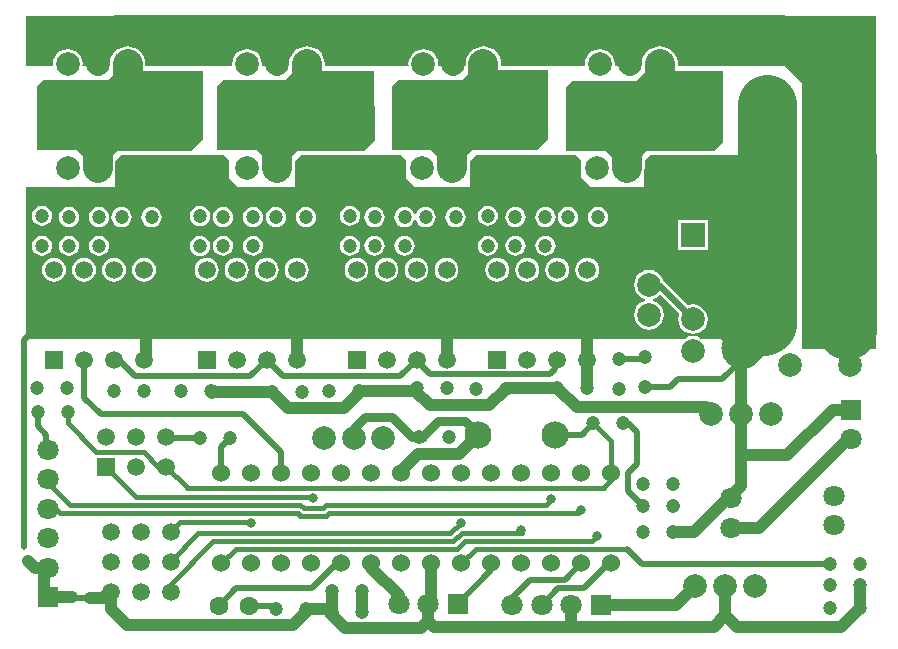
<source format=gbl>
%FSLAX24Y24*%
%MOIN*%
%SFA1B1*%

%IPPOS*%
%ADD10C,0.039400*%
%ADD11C,0.019700*%
%ADD12C,0.015700*%
%ADD13C,0.157500*%
%ADD14C,0.098400*%
%ADD15C,0.196900*%
%ADD17C,0.078700*%
%ADD18C,0.070900*%
%ADD19R,0.070900X0.070900*%
%ADD20C,0.047200*%
%ADD21C,0.063000*%
%ADD22C,0.078700*%
%ADD23C,0.090600*%
%ADD24R,0.070900X0.070900*%
%ADD25R,0.059100X0.059100*%
%ADD26C,0.059100*%
%ADD27R,0.078700X0.078700*%
%ADD28C,0.137800*%
%ADD29R,0.059100X0.059100*%
%ADD30R,0.078700X0.078700*%
%ADD31C,0.060000*%
%ADD32C,0.031500*%
%ADD33C,0.118100*%
%ADD34C,0.137800*%
%ADD35C,0.031500*%
%LN2x-h-bridge-1*%
%LPD*%
G36*
X29350Y19902D02*
X29075Y19587D01*
X26798Y19592*
X26621Y19376*
X25676*
X25453Y19606*
X24134*
Y21732*
X24331Y21929*
X27539*
Y22244*
X27684Y22250*
X29357*
X29350Y19902*
G37*
G36*
X30433Y19291D02*
Y18720D01*
X30768Y18386*
X29961*
Y13346*
X29711*
X29390Y12736*
Y13227*
X29270Y13346*
X28629*
X28601Y13368*
X28481Y13417*
X28353Y13434*
X28224Y13417*
X28105Y13368*
X28077Y13346*
X6122*
X6102Y13368*
Y18406*
X9094*
Y18986*
X9100Y19047*
Y19278*
X9291Y19468*
X12717*
X12894Y19291*
Y18701*
X13189Y18406*
X15079*
Y19252*
X15276Y19449*
X18602*
X18780Y19272*
Y18701*
X19075Y18406*
X20906*
Y19022*
X20908Y19047*
Y19274*
X21102Y19468*
X24429*
X24606Y19291*
Y18720*
X24921Y18406*
X26732*
Y18994*
X26737Y19047*
Y19277*
X26929Y19468*
X30256*
X30433Y19291*
G37*
G36*
X34449Y12992D02*
X31988D01*
Y21850*
X31398Y22441*
X27857*
Y22480*
X27846Y22596*
X27812Y22707*
X27757Y22810*
X27683Y22900*
X27664Y22920*
X27574Y22993*
X27471Y23048*
X27360Y23082*
X27244Y23093*
X27128Y23082*
X27017Y23048*
X26914Y22993*
X26824Y22920*
X26751Y22830*
X26696Y22727*
X26662Y22616*
X26651Y22500*
X26653Y22478*
X26619Y22441*
X25771*
X25738Y22479*
X25740Y22500*
X25724Y22628*
X25674Y22748*
X25595Y22851*
X25492Y22930*
X25373Y22979*
X25244Y22996*
X25116Y22979*
X24996Y22930*
X24893Y22851*
X24814Y22748*
X24765Y22628*
X24748Y22500*
X24751Y22479*
X24718Y22441*
X21958*
Y22500*
X21947Y22616*
X21913Y22727*
X21858Y22830*
X21784Y22920*
X21694Y22993*
X21592Y23048*
X21480Y23082*
X21365Y23093*
X21249Y23082*
X21137Y23048*
X21035Y22993*
X20945Y22920*
X20871Y22830*
X20816Y22727*
X20783Y22616*
X20771Y22500*
Y22441*
X19891*
X19858Y22479*
X19861Y22500*
X19844Y22628*
X19794Y22748*
X19716Y22851*
X19613Y22930*
X19493Y22979*
X19365Y22996*
X19236Y22979*
X19116Y22930*
X19014Y22851*
X18935Y22748*
X18885Y22628*
X18868Y22500*
X18871Y22479*
X18838Y22441*
X16110*
X16076Y22478*
X16078Y22500*
X16067Y22616*
X16033Y22727*
X15978Y22830*
X15905Y22920*
X15815Y22993*
X15712Y23048*
X15601Y23082*
X15485Y23093*
X15369Y23082*
X15258Y23048*
X15155Y22993*
X15065Y22920*
X15050Y22904*
X14976Y22814*
X14921Y22711*
X14887Y22600*
X14876Y22484*
Y22441*
X14012*
X13979Y22479*
X13981Y22500*
X13965Y22628*
X13915Y22748*
X13836Y22851*
X13733Y22930*
X13614Y22979*
X13485Y22996*
X13357Y22979*
X13237Y22930*
X13134Y22851*
X13055Y22748*
X13006Y22628*
X12989Y22500*
X12991Y22479*
X12959Y22441*
X10100*
Y22500*
X10089Y22616*
X10055Y22727*
X10000Y22830*
X9927Y22920*
X9837Y22993*
X9734Y23048*
X9623Y23082*
X9507Y23093*
X9391Y23082*
X9280Y23048*
X9177Y22993*
X9087Y22920*
X9014Y22830*
X8959Y22727*
X8925Y22616*
X8914Y22500*
Y22441*
X8034*
X8001Y22479*
X8003Y22500*
X7987Y22628*
X7937Y22748*
X7858Y22851*
X7755Y22930*
X7636Y22979*
X7507Y22996*
X7379Y22979*
X7259Y22930*
X7156Y22851*
X7077Y22748*
X7028Y22628*
X7011Y22500*
X7014Y22479*
X6981Y22441*
X6102*
Y24114*
X34449*
Y12992*
G37*
G36*
X23524Y20000D02*
X23150Y19626D01*
X20971Y19632*
X20794Y19415*
X19849*
X19626Y19646*
X18307*
Y21772*
X18504Y21969*
X21713*
Y22283*
X21857Y22289*
X23530*
X23524Y20000*
G37*
G36*
X17736Y19941D02*
X17382Y19606D01*
X15164Y19612*
X14987Y19395*
X14042*
X13819Y19626*
X12500*
Y21752*
X12697Y21949*
X15906*
Y22264*
X16050Y22269*
X17723*
X17736Y19941*
G37*
G36*
X10046Y22269D02*
X12008Y22264D01*
Y19980*
X11634Y19606*
X9160Y19612*
X8983Y19395*
X8038*
X7815Y19626*
X6496*
Y21752*
X6693Y21949*
X10026Y21954*
Y22289*
X10046Y22269*
G37*
%LN2x-h-bridge-2*%
%LPC*%
G36*
X23832Y16041D02*
X23729Y16027D01*
X23633Y15988*
X23551Y15924*
X23488Y15842*
X23448Y15746*
X23434Y15644*
X23448Y15541*
X23488Y15445*
X23551Y15363*
X23633Y15300*
X23729Y15260*
X23832Y15247*
X23934Y15260*
X24030Y15300*
X24112Y15363*
X24175Y15445*
X24215Y15541*
X24229Y15644*
X24215Y15746*
X24175Y15842*
X24112Y15924*
X24030Y15988*
X23934Y16027*
X23832Y16041*
G37*
G36*
X24832D02*
X24729Y16027D01*
X24633Y15988*
X24551Y15924*
X24488Y15842*
X24448Y15746*
X24434Y15644*
X24448Y15541*
X24488Y15445*
X24551Y15363*
X24633Y15300*
X24729Y15260*
X24832Y15247*
X24934Y15260*
X25030Y15300*
X25112Y15363*
X25175Y15445*
X25215Y15541*
X25229Y15644*
X25215Y15746*
X25175Y15842*
X25112Y15924*
X25030Y15988*
X24934Y16027*
X24832Y16041*
G37*
G36*
X11909Y16767D02*
X11822Y16755D01*
X11741Y16721*
X11671Y16668*
X11617Y16598*
X11583Y16517*
X11572Y16429*
X11583Y16342*
X11617Y16260*
X11671Y16190*
X11741Y16137*
X11822Y16103*
X11909Y16092*
X11997Y16103*
X12078Y16137*
X12148Y16190*
X12202Y16260*
X12235Y16342*
X12247Y16429*
X12235Y16517*
X12202Y16598*
X12148Y16668*
X12078Y16721*
X11997Y16755*
X11909Y16767*
G37*
G36*
X20135Y16041D02*
X20032Y16027D01*
X19936Y15988*
X19854Y15924*
X19791Y15842*
X19751Y15746*
X19738Y15644*
X19751Y15541*
X19791Y15445*
X19854Y15363*
X19936Y15300*
X20032Y15260*
X20135Y15247*
X20237Y15260*
X20333Y15300*
X20415Y15363*
X20479Y15445*
X20518Y15541*
X20532Y15644*
X20518Y15746*
X20479Y15842*
X20415Y15924*
X20333Y15988*
X20237Y16027*
X20135Y16041*
G37*
G36*
X21832D02*
X21729Y16027D01*
X21633Y15988*
X21551Y15924*
X21488Y15842*
X21448Y15746*
X21434Y15644*
X21448Y15541*
X21488Y15445*
X21551Y15363*
X21633Y15300*
X21729Y15260*
X21832Y15247*
X21934Y15260*
X22030Y15300*
X22112Y15363*
X22175Y15445*
X22215Y15541*
X22229Y15644*
X22215Y15746*
X22175Y15842*
X22112Y15924*
X22030Y15988*
X21934Y16027*
X21832Y16041*
G37*
G36*
X22831D02*
X22729Y16027D01*
X22633Y15988*
X22551Y15924*
X22488Y15842*
X22448Y15746*
X22434Y15644*
X22448Y15541*
X22488Y15445*
X22551Y15363*
X22633Y15300*
X22729Y15260*
X22831Y15247*
X22934Y15260*
X23030Y15300*
X23112Y15363*
X23175Y15445*
X23215Y15541*
X23229Y15644*
X23215Y15746*
X23175Y15842*
X23112Y15924*
X23030Y15988*
X22934Y16027*
X22831Y16041*
G37*
G36*
X12693Y16781D02*
X12605Y16770D01*
X12524Y16736*
X12454Y16682*
X12400Y16612*
X12366Y16531*
X12355Y16444*
X12366Y16356*
X12400Y16275*
X12454Y16205*
X12524Y16151*
X12605Y16118*
X12693Y16106*
X12780Y16118*
X12861Y16151*
X12931Y16205*
X12985Y16275*
X13019Y16356*
X13030Y16444*
X13019Y16531*
X12985Y16612*
X12931Y16682*
X12861Y16736*
X12780Y16770*
X12693Y16781*
G37*
G36*
X13693D02*
X13605Y16770D01*
X13524Y16736*
X13454Y16682*
X13400Y16612*
X13366Y16531*
X13355Y16444*
X13366Y16356*
X13400Y16275*
X13454Y16205*
X13524Y16151*
X13605Y16118*
X13693Y16106*
X13780Y16118*
X13861Y16151*
X13931Y16205*
X13985Y16275*
X14019Y16356*
X14030Y16444*
X14019Y16531*
X13985Y16612*
X13931Y16682*
X13861Y16736*
X13780Y16770*
X13693Y16781*
G37*
G36*
X16911D02*
X16823Y16770D01*
X16742Y16736*
X16672Y16682*
X16618Y16612*
X16585Y16531*
X16573Y16444*
X16585Y16356*
X16618Y16275*
X16672Y16205*
X16742Y16151*
X16823Y16118*
X16911Y16106*
X16998Y16118*
X17079Y16151*
X17149Y16205*
X17203Y16275*
X17237Y16356*
X17248Y16444*
X17237Y16531*
X17203Y16612*
X17149Y16682*
X17079Y16736*
X16998Y16770*
X16911Y16781*
G37*
G36*
X6652D02*
X6565Y16770D01*
X6483Y16736*
X6413Y16682*
X6360Y16612*
X6326Y16531*
X6314Y16444*
X6326Y16356*
X6360Y16275*
X6413Y16205*
X6483Y16151*
X6565Y16118*
X6652Y16106*
X6739Y16118*
X6821Y16151*
X6891Y16205*
X6944Y16275*
X6978Y16356*
X6989Y16444*
X6978Y16531*
X6944Y16612*
X6891Y16682*
X6821Y16736*
X6739Y16770*
X6652Y16781*
G37*
G36*
X7552D02*
X7465Y16770D01*
X7383Y16736*
X7313Y16682*
X7260Y16612*
X7226Y16531*
X7214Y16444*
X7226Y16356*
X7260Y16275*
X7313Y16205*
X7383Y16151*
X7465Y16118*
X7552Y16106*
X7639Y16118*
X7721Y16151*
X7791Y16205*
X7844Y16275*
X7878Y16356*
X7890Y16444*
X7878Y16531*
X7844Y16612*
X7791Y16682*
X7721Y16736*
X7639Y16770*
X7552Y16781*
G37*
G36*
X8552D02*
X8465Y16770D01*
X8383Y16736*
X8313Y16682*
X8260Y16612*
X8226Y16531*
X8214Y16444*
X8226Y16356*
X8260Y16275*
X8313Y16205*
X8383Y16151*
X8465Y16118*
X8552Y16106*
X8639Y16118*
X8721Y16151*
X8791Y16205*
X8844Y16275*
X8878Y16356*
X8889Y16444*
X8878Y16531*
X8844Y16612*
X8791Y16682*
X8721Y16736*
X8639Y16770*
X8552Y16781*
G37*
G36*
X9052Y16041D02*
X8949Y16027D01*
X8853Y15988*
X8771Y15924*
X8708Y15842*
X8668Y15746*
X8655Y15644*
X8668Y15541*
X8708Y15445*
X8771Y15363*
X8853Y15300*
X8949Y15260*
X9052Y15247*
X9155Y15260*
X9251Y15300*
X9333Y15363*
X9396Y15445*
X9436Y15541*
X9449Y15644*
X9436Y15746*
X9396Y15842*
X9333Y15924*
X9251Y15988*
X9155Y16027*
X9052Y16041*
G37*
G36*
X10052D02*
X9949Y16027D01*
X9853Y15988*
X9771Y15924*
X9708Y15842*
X9668Y15746*
X9655Y15644*
X9668Y15541*
X9708Y15445*
X9771Y15363*
X9853Y15300*
X9949Y15260*
X10052Y15247*
X10155Y15260*
X10251Y15300*
X10333Y15363*
X10396Y15445*
X10436Y15541*
X10449Y15644*
X10436Y15746*
X10396Y15842*
X10333Y15924*
X10251Y15988*
X10155Y16027*
X10052Y16041*
G37*
G36*
X12143D02*
X12040Y16027D01*
X11944Y15988*
X11862Y15924*
X11799Y15842*
X11759Y15746*
X11745Y15644*
X11759Y15541*
X11799Y15445*
X11862Y15363*
X11944Y15300*
X12040Y15260*
X12143Y15247*
X12245Y15260*
X12341Y15300*
X12423Y15363*
X12486Y15445*
X12526Y15541*
X12540Y15644*
X12526Y15746*
X12486Y15842*
X12423Y15924*
X12341Y15988*
X12245Y16027*
X12143Y16041*
G37*
G36*
X26883Y15637D02*
X26755Y15620D01*
X26635Y15570*
X26532Y15491*
X26453Y15388*
X26404Y15269*
X26387Y15140*
X26404Y15012*
X26453Y14892*
X26532Y14789*
X26635Y14710*
X26744Y14665*
Y14661*
Y14620*
Y14615*
X26635Y14570*
X26532Y14491*
X26453Y14388*
X26404Y14269*
X26387Y14140*
X26404Y14012*
X26453Y13892*
X26532Y13789*
X26635Y13710*
X26755Y13661*
X26883Y13644*
X27012Y13661*
X27131Y13710*
X27234Y13789*
X27313Y13892*
X27363Y14012*
X27379Y14140*
X27363Y14269*
X27313Y14388*
X27234Y14491*
X27131Y14570*
X27022Y14615*
Y14620*
Y14661*
Y14665*
X27131Y14710*
X27234Y14789*
X27270Y14791*
X27889Y14172*
X27869Y14125*
X27852Y13996*
X27869Y13868*
X27919Y13748*
X27998Y13645*
X28101Y13566*
X28220Y13517*
X28349Y13500*
X28477Y13517*
X28597Y13566*
X28700Y13645*
X28779Y13748*
X28828Y13868*
X28845Y13996*
X28828Y14125*
X28779Y14244*
X28700Y14347*
X28597Y14426*
X28477Y14476*
X28349Y14492*
X28220Y14476*
X28173Y14456*
X27363Y15266*
Y15269*
X27313Y15388*
X27234Y15491*
X27131Y15570*
X27012Y15620*
X26883Y15637*
G37*
G36*
X7052Y16041D02*
X6949Y16027D01*
X6853Y15988*
X6771Y15924*
X6708Y15842*
X6668Y15746*
X6655Y15644*
X6668Y15541*
X6708Y15445*
X6771Y15363*
X6853Y15300*
X6949Y15260*
X7052Y15247*
X7155Y15260*
X7251Y15300*
X7333Y15363*
X7396Y15445*
X7436Y15541*
X7449Y15644*
X7436Y15746*
X7396Y15842*
X7333Y15924*
X7251Y15988*
X7155Y16027*
X7052Y16041*
G37*
G36*
X8052D02*
X7949Y16027D01*
X7853Y15988*
X7771Y15924*
X7708Y15842*
X7668Y15746*
X7655Y15644*
X7668Y15541*
X7708Y15445*
X7771Y15363*
X7853Y15300*
X7949Y15260*
X8052Y15247*
X8155Y15260*
X8251Y15300*
X8333Y15363*
X8396Y15445*
X8436Y15541*
X8449Y15644*
X8436Y15746*
X8396Y15842*
X8333Y15924*
X8251Y15988*
X8155Y16027*
X8052Y16041*
G37*
G36*
X17135D02*
X17032Y16027D01*
X16936Y15988*
X16854Y15924*
X16791Y15842*
X16751Y15746*
X16738Y15644*
X16751Y15541*
X16791Y15445*
X16854Y15363*
X16936Y15300*
X17032Y15260*
X17135Y15247*
X17237Y15260*
X17333Y15300*
X17415Y15363*
X17479Y15445*
X17518Y15541*
X17532Y15644*
X17518Y15746*
X17479Y15842*
X17415Y15924*
X17333Y15988*
X17237Y16027*
X17135Y16041*
G37*
G36*
X18135D02*
X18032Y16027D01*
X17936Y15988*
X17854Y15924*
X17791Y15842*
X17751Y15746*
X17738Y15644*
X17751Y15541*
X17791Y15445*
X17854Y15363*
X17936Y15300*
X18032Y15260*
X18135Y15247*
X18237Y15260*
X18333Y15300*
X18415Y15363*
X18479Y15445*
X18518Y15541*
X18532Y15644*
X18518Y15746*
X18479Y15842*
X18415Y15924*
X18333Y15988*
X18237Y16027*
X18135Y16041*
G37*
G36*
X19135D02*
X19032Y16027D01*
X18936Y15988*
X18854Y15924*
X18791Y15842*
X18751Y15746*
X18738Y15644*
X18751Y15541*
X18791Y15445*
X18854Y15363*
X18936Y15300*
X19032Y15260*
X19135Y15247*
X19237Y15260*
X19333Y15300*
X19415Y15363*
X19479Y15445*
X19518Y15541*
X19532Y15644*
X19518Y15746*
X19479Y15842*
X19415Y15924*
X19333Y15988*
X19237Y16027*
X19135Y16041*
G37*
G36*
X13143D02*
X13040Y16027D01*
X12944Y15988*
X12862Y15924*
X12799Y15842*
X12759Y15746*
X12745Y15644*
X12759Y15541*
X12799Y15445*
X12862Y15363*
X12944Y15300*
X13040Y15260*
X13143Y15247*
X13245Y15260*
X13341Y15300*
X13423Y15363*
X13486Y15445*
X13526Y15541*
X13540Y15644*
X13526Y15746*
X13486Y15842*
X13423Y15924*
X13341Y15988*
X13245Y16027*
X13143Y16041*
G37*
G36*
X14143D02*
X14040Y16027D01*
X13944Y15988*
X13862Y15924*
X13799Y15842*
X13759Y15746*
X13745Y15644*
X13759Y15541*
X13799Y15445*
X13862Y15363*
X13944Y15300*
X14040Y15260*
X14143Y15247*
X14245Y15260*
X14341Y15300*
X14423Y15363*
X14486Y15445*
X14526Y15541*
X14540Y15644*
X14526Y15746*
X14486Y15842*
X14423Y15924*
X14341Y15988*
X14245Y16027*
X14143Y16041*
G37*
G36*
X15143D02*
X15040Y16027D01*
X14944Y15988*
X14862Y15924*
X14799Y15842*
X14759Y15746*
X14745Y15644*
X14759Y15541*
X14799Y15445*
X14862Y15363*
X14944Y15300*
X15040Y15260*
X15143Y15247*
X15245Y15260*
X15341Y15300*
X15423Y15363*
X15486Y15445*
X15526Y15541*
X15540Y15644*
X15526Y15746*
X15486Y15842*
X15423Y15924*
X15341Y15988*
X15245Y16027*
X15143Y16041*
G37*
G36*
X22431Y17731D02*
X22344Y17720D01*
X22263Y17686*
X22193Y17632*
X22139Y17562*
X22105Y17481*
X22094Y17394*
X22105Y17306*
X22139Y17225*
X22193Y17155*
X22263Y17101*
X22344Y17068*
X22431Y17056*
X22519Y17068*
X22600Y17101*
X22670Y17155*
X22724Y17225*
X22758Y17306*
X22769Y17394*
X22758Y17481*
X22724Y17562*
X22670Y17632*
X22600Y17686*
X22519Y17720*
X22431Y17731*
G37*
G36*
X23431D02*
X23344Y17720D01*
X23263Y17686*
X23193Y17632*
X23139Y17562*
X23105Y17481*
X23094Y17394*
X23105Y17306*
X23139Y17225*
X23193Y17155*
X23263Y17101*
X23344Y17068*
X23431Y17056*
X23519Y17068*
X23600Y17101*
X23670Y17155*
X23724Y17225*
X23758Y17306*
X23769Y17394*
X23758Y17481*
X23724Y17562*
X23670Y17632*
X23600Y17686*
X23519Y17720*
X23431Y17731*
G37*
G36*
X24181D02*
X24094Y17720D01*
X24013Y17686*
X23943Y17632*
X23889Y17562*
X23855Y17481*
X23844Y17394*
X23855Y17306*
X23889Y17225*
X23943Y17155*
X24013Y17101*
X24094Y17068*
X24181Y17056*
X24269Y17068*
X24350Y17101*
X24420Y17155*
X24474Y17225*
X24508Y17306*
X24519Y17394*
X24508Y17481*
X24474Y17562*
X24420Y17632*
X24350Y17686*
X24269Y17720*
X24181Y17731*
G37*
G36*
X15443D02*
X15355Y17720D01*
X15274Y17686*
X15204Y17632*
X15150Y17562*
X15116Y17481*
X15105Y17394*
X15116Y17306*
X15150Y17225*
X15204Y17155*
X15274Y17101*
X15355Y17068*
X15443Y17056*
X15530Y17068*
X15611Y17101*
X15681Y17155*
X15735Y17225*
X15769Y17306*
X15780Y17394*
X15769Y17481*
X15735Y17562*
X15681Y17632*
X15611Y17686*
X15530Y17720*
X15443Y17731*
G37*
G36*
X17735D02*
X17647Y17720D01*
X17566Y17686*
X17496Y17632*
X17442Y17562*
X17409Y17481*
X17397Y17394*
X17409Y17306*
X17442Y17225*
X17496Y17155*
X17566Y17101*
X17647Y17068*
X17735Y17056*
X17822Y17068*
X17903Y17101*
X17973Y17155*
X18027Y17225*
X18061Y17306*
X18072Y17394*
X18061Y17481*
X18027Y17562*
X17973Y17632*
X17903Y17686*
X17822Y17720*
X17735Y17731*
G37*
G36*
X20435D02*
X20347Y17720D01*
X20266Y17686*
X20196Y17632*
X20142Y17562*
X20109Y17481*
X20097Y17394*
X20109Y17306*
X20142Y17225*
X20196Y17155*
X20266Y17101*
X20347Y17068*
X20435Y17056*
X20522Y17068*
X20603Y17101*
X20673Y17155*
X20727Y17225*
X20761Y17306*
X20772Y17394*
X20761Y17481*
X20727Y17562*
X20673Y17632*
X20603Y17686*
X20522Y17720*
X20435Y17731*
G37*
G36*
X16911Y17781D02*
X16823Y17770D01*
X16742Y17736*
X16672Y17682*
X16618Y17612*
X16585Y17531*
X16573Y17444*
X16585Y17356*
X16618Y17275*
X16672Y17205*
X16742Y17151*
X16823Y17118*
X16911Y17106*
X16998Y17118*
X17079Y17151*
X17149Y17205*
X17203Y17275*
X17237Y17356*
X17248Y17444*
X17237Y17531*
X17203Y17612*
X17149Y17682*
X17079Y17736*
X16998Y17770*
X16911Y17781*
G37*
G36*
X21509D02*
X21422Y17770D01*
X21340Y17736*
X21270Y17682*
X21217Y17612*
X21183Y17531*
X21172Y17444*
X21183Y17356*
X21217Y17275*
X21270Y17205*
X21340Y17151*
X21422Y17118*
X21509Y17106*
X21596Y17118*
X21678Y17151*
X21748Y17205*
X21801Y17275*
X21835Y17356*
X21847Y17444*
X21835Y17531*
X21801Y17612*
X21748Y17682*
X21678Y17736*
X21596Y17770*
X21509Y17781*
G37*
G36*
X19435Y17731D02*
X19347Y17720D01*
X19266Y17686*
X19196Y17632*
X19142Y17562*
X19110Y17484*
X19060*
X19027Y17562*
X18973Y17632*
X18903Y17686*
X18822Y17720*
X18735Y17731*
X18647Y17720*
X18566Y17686*
X18496Y17632*
X18442Y17562*
X18409Y17481*
X18397Y17394*
X18409Y17306*
X18442Y17225*
X18496Y17155*
X18566Y17101*
X18647Y17068*
X18735Y17056*
X18822Y17068*
X18903Y17101*
X18973Y17155*
X19027Y17225*
X19060Y17304*
X19110*
X19142Y17225*
X19196Y17155*
X19266Y17101*
X19347Y17068*
X19435Y17056*
X19522Y17068*
X19603Y17101*
X19673Y17155*
X19727Y17225*
X19761Y17306*
X19772Y17394*
X19761Y17481*
X19727Y17562*
X19673Y17632*
X19603Y17686*
X19522Y17720*
X19435Y17731*
G37*
G36*
X25182D02*
X25094Y17720D01*
X25013Y17686*
X24943Y17632*
X24889Y17562*
X24855Y17481*
X24844Y17394*
X24855Y17306*
X24889Y17225*
X24943Y17155*
X25013Y17101*
X25094Y17068*
X25182Y17056*
X25269Y17068*
X25350Y17101*
X25420Y17155*
X25474Y17225*
X25508Y17306*
X25519Y17394*
X25508Y17481*
X25474Y17562*
X25420Y17632*
X25350Y17686*
X25269Y17720*
X25182Y17731*
G37*
G36*
X11909Y17767D02*
X11822Y17755D01*
X11741Y17721*
X11671Y17668*
X11617Y17598*
X11583Y17517*
X11572Y17429*
X11583Y17342*
X11617Y17260*
X11671Y17190*
X11741Y17137*
X11822Y17103*
X11909Y17092*
X11997Y17103*
X12078Y17137*
X12148Y17190*
X12202Y17260*
X12235Y17342*
X12247Y17429*
X12235Y17517*
X12202Y17598*
X12148Y17668*
X12078Y17721*
X11997Y17755*
X11909Y17767*
G37*
G36*
X6652Y17781D02*
X6565Y17770D01*
X6483Y17736*
X6413Y17682*
X6360Y17612*
X6326Y17531*
X6314Y17444*
X6326Y17356*
X6360Y17275*
X6413Y17205*
X6483Y17151*
X6565Y17118*
X6652Y17106*
X6739Y17118*
X6821Y17151*
X6891Y17205*
X6944Y17275*
X6978Y17356*
X6989Y17444*
X6978Y17531*
X6944Y17612*
X6891Y17682*
X6821Y17736*
X6739Y17770*
X6652Y17781*
G37*
G36*
X14443Y17731D02*
X14355Y17720D01*
X14274Y17686*
X14204Y17632*
X14150Y17562*
X14116Y17481*
X14105Y17394*
X14116Y17306*
X14150Y17225*
X14204Y17155*
X14274Y17101*
X14355Y17068*
X14443Y17056*
X14530Y17068*
X14611Y17101*
X14681Y17155*
X14735Y17225*
X14769Y17306*
X14780Y17394*
X14769Y17481*
X14735Y17562*
X14681Y17632*
X14611Y17686*
X14530Y17720*
X14443Y17731*
G37*
G36*
X22431Y16781D02*
X22344Y16770D01*
X22263Y16736*
X22193Y16682*
X22139Y16612*
X22105Y16531*
X22094Y16444*
X22105Y16356*
X22139Y16275*
X22193Y16205*
X22263Y16151*
X22344Y16118*
X22431Y16106*
X22519Y16118*
X22600Y16151*
X22670Y16205*
X22724Y16275*
X22758Y16356*
X22769Y16444*
X22758Y16531*
X22724Y16612*
X22670Y16682*
X22600Y16736*
X22519Y16770*
X22431Y16781*
G37*
G36*
X23431D02*
X23344Y16770D01*
X23263Y16736*
X23193Y16682*
X23139Y16612*
X23105Y16531*
X23094Y16444*
X23105Y16356*
X23139Y16275*
X23193Y16205*
X23263Y16151*
X23344Y16118*
X23431Y16106*
X23519Y16118*
X23600Y16151*
X23670Y16205*
X23724Y16275*
X23758Y16356*
X23769Y16444*
X23758Y16531*
X23724Y16612*
X23670Y16682*
X23600Y16736*
X23519Y16770*
X23431Y16781*
G37*
G36*
X28841Y17283D02*
X27857D01*
Y16299*
X28841*
Y17283*
G37*
G36*
X17735Y16781D02*
X17647Y16770D01*
X17566Y16736*
X17496Y16682*
X17442Y16612*
X17409Y16531*
X17397Y16444*
X17409Y16356*
X17442Y16275*
X17496Y16205*
X17566Y16151*
X17647Y16118*
X17735Y16106*
X17822Y16118*
X17903Y16151*
X17973Y16205*
X18027Y16275*
X18061Y16356*
X18072Y16444*
X18061Y16531*
X18027Y16612*
X17973Y16682*
X17903Y16736*
X17822Y16770*
X17735Y16781*
G37*
G36*
X18735D02*
X18647Y16770D01*
X18566Y16736*
X18496Y16682*
X18442Y16612*
X18409Y16531*
X18397Y16444*
X18409Y16356*
X18442Y16275*
X18496Y16205*
X18566Y16151*
X18647Y16118*
X18735Y16106*
X18822Y16118*
X18903Y16151*
X18973Y16205*
X19027Y16275*
X19061Y16356*
X19072Y16444*
X19061Y16531*
X19027Y16612*
X18973Y16682*
X18903Y16736*
X18822Y16770*
X18735Y16781*
G37*
G36*
X21509D02*
X21422Y16770D01*
X21340Y16736*
X21270Y16682*
X21217Y16612*
X21183Y16531*
X21172Y16444*
X21183Y16356*
X21217Y16275*
X21270Y16205*
X21340Y16151*
X21422Y16118*
X21509Y16106*
X21596Y16118*
X21678Y16151*
X21748Y16205*
X21801Y16275*
X21835Y16356*
X21847Y16444*
X21835Y16531*
X21801Y16612*
X21748Y16682*
X21678Y16736*
X21596Y16770*
X21509Y16781*
G37*
G36*
X10302Y17731D02*
X10215Y17720D01*
X10133Y17686*
X10063Y17632*
X10010Y17562*
X9976Y17481*
X9964Y17394*
X9976Y17306*
X10010Y17225*
X10063Y17155*
X10133Y17101*
X10215Y17068*
X10302Y17056*
X10389Y17068*
X10471Y17101*
X10541Y17155*
X10594Y17225*
X10628Y17306*
X10639Y17394*
X10628Y17481*
X10594Y17562*
X10541Y17632*
X10471Y17686*
X10389Y17720*
X10302Y17731*
G37*
G36*
X12693D02*
X12605Y17720D01*
X12524Y17686*
X12454Y17632*
X12400Y17562*
X12366Y17481*
X12355Y17394*
X12366Y17306*
X12400Y17225*
X12454Y17155*
X12524Y17101*
X12605Y17068*
X12693Y17056*
X12780Y17068*
X12861Y17101*
X12931Y17155*
X12985Y17225*
X13019Y17306*
X13030Y17394*
X13019Y17481*
X12985Y17562*
X12931Y17632*
X12861Y17686*
X12780Y17720*
X12693Y17731*
G37*
G36*
X13693D02*
X13605Y17720D01*
X13524Y17686*
X13454Y17632*
X13400Y17562*
X13366Y17481*
X13355Y17394*
X13366Y17306*
X13400Y17225*
X13454Y17155*
X13524Y17101*
X13605Y17068*
X13693Y17056*
X13780Y17068*
X13861Y17101*
X13931Y17155*
X13985Y17225*
X14019Y17306*
X14030Y17394*
X14019Y17481*
X13985Y17562*
X13931Y17632*
X13861Y17686*
X13780Y17720*
X13693Y17731*
G37*
G36*
X7552D02*
X7465Y17720D01*
X7383Y17686*
X7313Y17632*
X7260Y17562*
X7226Y17481*
X7214Y17394*
X7226Y17306*
X7260Y17225*
X7313Y17155*
X7383Y17101*
X7465Y17068*
X7552Y17056*
X7639Y17068*
X7721Y17101*
X7791Y17155*
X7844Y17225*
X7878Y17306*
X7890Y17394*
X7878Y17481*
X7844Y17562*
X7791Y17632*
X7721Y17686*
X7639Y17720*
X7552Y17731*
G37*
G36*
X8552D02*
X8465Y17720D01*
X8383Y17686*
X8313Y17632*
X8260Y17562*
X8226Y17481*
X8214Y17394*
X8226Y17306*
X8260Y17225*
X8313Y17155*
X8383Y17101*
X8465Y17068*
X8552Y17056*
X8639Y17068*
X8721Y17101*
X8791Y17155*
X8844Y17225*
X8878Y17306*
X8889Y17394*
X8878Y17481*
X8844Y17562*
X8791Y17632*
X8721Y17686*
X8639Y17720*
X8552Y17731*
G37*
G36*
X9302D02*
X9215Y17720D01*
X9133Y17686*
X9063Y17632*
X9010Y17562*
X8976Y17481*
X8964Y17394*
X8976Y17306*
X9010Y17225*
X9063Y17155*
X9133Y17101*
X9215Y17068*
X9302Y17056*
X9389Y17068*
X9471Y17101*
X9541Y17155*
X9594Y17225*
X9628Y17306*
X9639Y17394*
X9628Y17481*
X9594Y17562*
X9541Y17632*
X9471Y17686*
X9389Y17720*
X9302Y17731*
G37*
%LN2x-h-bridge-3*%
%LPD*%
G54D10*
X6850Y4724D02*
X7638D01*
X6732D02*
X6850D01*
X8728D02*
X8945Y4941D01*
X8957Y4331D02*
Y4929D01*
X8248Y4705D02*
X8748D01*
X8945Y4902*
Y4941D02*
X8957Y4929D01*
X6732Y4724D02*
Y5709D01*
X6417D02*
X6732D01*
X6181Y5945D02*
X6417Y5709D01*
X24832Y12644D02*
Y13909D01*
X20135Y12644D02*
Y14393D01*
X15143Y12644D02*
Y14129D01*
X10118Y12717D02*
Y13819D01*
X19173Y9488D02*
X20551D01*
X18630Y8945D02*
X19173Y9488D01*
X18630Y8858D02*
Y8945D01*
X20551Y9488D02*
X21201Y10138D01*
X33514Y9990D02*
X33622D01*
X30561Y7037D02*
X33514Y9990D01*
X27675Y6890D02*
X28396D01*
X29528Y8022*
X27675Y7736D02*
X27715Y7776D01*
X29528Y8022D02*
X29675D01*
X29528D02*
X29935Y8429D01*
X27780Y4459D02*
X28423Y5102D01*
X25276Y4459D02*
X27780D01*
X29423Y4140D02*
Y5102D01*
X24831Y12643D02*
X24832Y12644D01*
X24831Y11713D02*
Y12643D01*
X20135Y12644D02*
X20136Y12643D01*
X29935Y12612D02*
Y12976D01*
Y10817D02*
Y12612D01*
X30000Y12677*
Y13041*
X19205Y10059D02*
X19311D01*
X19301Y3711D02*
X19528Y3937D01*
X16764Y3711D02*
X19301D01*
X15461Y4240D02*
Y4321D01*
X15010Y3789D02*
X15461Y4240D01*
X9498Y3789D02*
X15010D01*
X8945Y6941D02*
X8957Y6929D01*
Y4331D02*
X9498Y3789D01*
X33295Y3740D02*
X33925Y4370D01*
X29823Y3740D02*
X33295D01*
X29429Y4134D02*
X29823Y3740D01*
X29423Y4140D02*
X29429Y4134D01*
X33925Y4370D02*
Y4921D01*
X24380Y3740D02*
X29035D01*
X19724D02*
X24380D01*
X24291Y3829D02*
X24380Y3740D01*
X24291Y3829D02*
Y4459D01*
X19528Y3937D02*
X19724Y3740D01*
X29035D02*
X29429Y4134D01*
X19528Y3937D02*
Y4508D01*
X16331Y4144D02*
X16764Y3711D01*
X16154Y4321D02*
X16331Y4144D01*
X15461Y4321D02*
X16154D01*
X16331Y4144D02*
Y4833D01*
X29423Y5102D02*
X29528Y5207D01*
X33022Y10974D02*
X33622D01*
X31496Y9449D02*
X33022Y10974D01*
X29935Y9449D02*
X31496D01*
X29935D02*
Y10817D01*
Y8429D02*
Y9449D01*
Y12976D02*
X30000Y13041D01*
X29528Y7037D02*
X30561D01*
X17331Y4242D02*
Y4931D01*
Y4242D02*
D01*
X19630Y4610D02*
Y5858D01*
X19528Y4508D02*
X19630Y4610D01*
X17630Y5697D02*
Y5858D01*
Y5697D02*
X18543Y4783D01*
Y4508D02*
Y4783D01*
X23831Y11713D02*
X24480Y11063D01*
X28799*
X28935Y10927*
Y10817D02*
Y10927D01*
X22144Y11713D02*
X23831D01*
X22104Y11673D02*
X22144Y11713D01*
X14333Y11553D02*
X14862Y11024D01*
X16732*
X17232Y11524*
Y11594*
X21553Y11122D02*
X22104Y11673D01*
X17311Y11614D02*
X19094D01*
X19587Y11122*
X21553*
X12327Y11539D02*
X12341Y11553D01*
X12376Y11589*
X12341Y11553D02*
X14333D01*
G54D11*
X6299Y13524D02*
Y13819D01*
X6063Y13287D02*
X6299Y13524D01*
X6063Y6398D02*
Y13287D01*
X7657Y4705D02*
X8248D01*
X6732Y5709D02*
X6850D01*
X6713Y5472D02*
X6909D01*
X27854Y12008D02*
X29331D01*
X26740Y11724D02*
X27570D01*
X27854Y12008*
X24665Y14075D02*
X24832Y13909D01*
X20020Y14508D02*
X20135Y14393D01*
X15098Y14173D02*
X15143Y14129D01*
X12531Y19047D02*
X12539Y19055D01*
X10780Y10059D02*
Y10075D01*
X29331Y12008D02*
X29935Y12612D01*
X23307Y4459D02*
X23868Y5020D01*
X24087Y5315D02*
X24630Y5858D01*
X22323Y4459D02*
Y4705D01*
X22933Y5315*
X24087*
X23868Y5020D02*
X24705D01*
X25543Y5858*
X25630*
X26663Y5817D02*
X32925D01*
X20512Y4508D02*
X21630Y5626D01*
Y5858*
X13539Y4429D02*
X14352D01*
X14461Y4321*
X16488Y5858D02*
X16630D01*
X13130Y5020D02*
X15650D01*
X16488Y5858*
X12539Y4429D02*
X13130Y5020D01*
X26031Y10532D02*
X26181D01*
X26476Y10236*
X26181Y8270D02*
X26675Y7776D01*
X26181Y8270D02*
Y8858D01*
X26476Y9154*
Y10236*
X23760Y10138D02*
X24638D01*
X25031Y10532*
X6508Y10421D02*
Y10906D01*
Y10421D02*
X6791Y10138D01*
Y9705D02*
Y10138D01*
X6732Y9646D02*
X6791Y9705D01*
X25871Y12675D02*
X26691D01*
X9052Y12644D02*
X9207D01*
X9764Y12087*
X18578D02*
X19135Y12644D01*
Y12598D02*
Y12644D01*
Y12598D02*
X19581Y12152D01*
X23569*
X23740Y12323*
Y12552*
X23832Y12644*
X13585Y12087D02*
X14143Y12644D01*
X9764Y12087D02*
X13585D01*
X14143Y12644D02*
X14700Y12087D01*
X18578*
X10835Y10020D02*
X11931D01*
X10780Y10075D02*
X10835Y10020D01*
X12630Y8858D02*
Y9719D01*
X12931Y10020*
X9507Y19047D02*
X10365Y18189D01*
X29764D02*
X30709Y17244D01*
Y16339D02*
Y17244D01*
X29764Y18189D02*
X30807Y19232D01*
X15485Y18216D02*
Y19047D01*
Y18216D02*
X15512Y18189D01*
X10365D02*
X15512D01*
X21315Y18213D02*
Y19047D01*
Y18213D02*
X21339Y18189D01*
X15512D02*
X21339D01*
X27144Y18210D02*
Y19047D01*
Y18210D02*
X27165Y18189D01*
X21339D02*
X27165D01*
X29764*
X26883Y16119D02*
Y17959D01*
X26772Y18071D02*
X26883Y17959D01*
X27211Y15134D02*
X28349Y13996D01*
X26883Y15134D02*
X27211D01*
X14630Y8858D02*
Y9559D01*
X26142Y6339D02*
X26663Y5817D01*
X13362Y10827D02*
X14630Y9559D01*
X8052Y11377D02*
Y12644D01*
Y11377D02*
X8602Y10827D01*
X13362*
G54D12*
X24508Y7539D02*
X24606Y7638D01*
X16209Y7539D02*
X24508D01*
X16111Y7441D02*
X16209Y7539D01*
X15268Y7441D02*
X16111D01*
X15170Y7539D02*
X15268Y7441D01*
X16005Y7697D02*
X16102Y7794D01*
X15374Y7697D02*
X16005D01*
X15256Y7815D02*
X15374Y7697D01*
X10945Y4941D02*
Y5177D01*
X7421Y10819D02*
X7508Y10906D01*
X7510Y10522D02*
Y10904D01*
X7508Y10906D02*
X7510Y10904D01*
X25630Y8622D02*
Y8858D01*
X25031Y10532D02*
X25630Y9933D01*
Y8858D02*
Y9933D01*
X26691Y12675D02*
X26740Y12724D01*
X10531Y9075D02*
X10780D01*
X9780Y10075D02*
X9965D01*
X8780Y9075D02*
X9783Y8071D01*
X15590*
X15669Y7992*
X6732Y7677D02*
X7126D01*
X10780Y9075D02*
X11469Y8386D01*
Y8366D02*
X25394D01*
Y8386D02*
X25630Y8622D01*
X6732Y8661D02*
X7579Y7815D01*
X7126Y7677D02*
X7264Y7539D01*
X10945Y6941D02*
X11248Y7244D01*
X13543*
X10945Y5941D02*
X11854Y6850D01*
X10945Y5177D02*
X12362Y6594D01*
X12630Y5858D02*
X13107Y6335D01*
X13776*
X13780Y6339*
X13776Y6335D02*
X20488D01*
X12362Y6594D02*
X20362D01*
X7510Y10522D02*
X8465Y9567D01*
X10039*
X10531Y9075*
X23445Y7815D02*
X23622Y7992D01*
X7579Y7815D02*
X15256D01*
X7264Y7539D02*
X15170D01*
X24980Y6594D02*
X25157Y6772D01*
X16123Y7815D02*
X23445D01*
X20362Y6594D02*
X20637Y6870D01*
X20488Y6335D02*
X20747Y6594D01*
X20630Y5858D02*
X21110Y6339D01*
X26142*
X20747Y6594D02*
X24980D01*
X20637Y6870D02*
X22638D01*
X11854Y6850D02*
X20256D01*
X20610Y7205*
G54D13*
X32776Y21575D02*
X33643Y20708D01*
G54D14*
X27242Y22008D02*
X27264D01*
X27244Y22500D02*
X27264Y22480D01*
Y22008D02*
Y22480D01*
X26331Y21097D02*
X27242Y22008D01*
X26144Y20910D02*
X26331Y21097D01*
X26144Y19047D02*
Y20910D01*
X21365Y22002D02*
Y22500D01*
Y22002D02*
X21398Y21969D01*
X20526Y21097D02*
X21398Y21969D01*
X20305Y21097D02*
X20526D01*
X20305D02*
X20315Y21087D01*
Y19047D02*
Y21087D01*
X15469Y22484D02*
X15485Y22500D01*
X15469Y21965D02*
Y22484D01*
X14600Y21096D02*
X15469Y21965D01*
X14425Y21096D02*
X14600D01*
X14425D02*
X14485Y21036D01*
Y19047D02*
Y21036D01*
X9507Y22107D02*
Y22500D01*
Y22107D02*
X9606Y22008D01*
X8695Y21097D02*
X9606Y22008D01*
X8497Y21097D02*
X8695D01*
X8497D02*
X8507Y21087D01*
Y19047D02*
Y21087D01*
G54D15*
X33426Y18940D02*
Y20728D01*
X30807Y13848D02*
Y19232D01*
X33485Y15749D02*
Y19350D01*
X33484Y13626D02*
Y15531D01*
X30807Y19232D02*
Y21181D01*
X30709Y13750D02*
X30807Y13848D01*
G54D17*
X14587Y23720D02*
X20394D01*
X9114D02*
X14587D01*
X14485Y23619D02*
X14587Y23720D01*
X14485Y22500D02*
Y23619D01*
X20394Y23720D02*
X26280D01*
X20365Y23691D02*
X20394Y23720D01*
X20365Y22500D02*
Y23691D01*
X26280Y23720D02*
X31339D01*
X26244Y23685D02*
X26280Y23720D01*
X26244Y22500D02*
Y23685D01*
X32776Y21575D02*
D01*
Y22283D01*
X31339Y23720D02*
X32776Y22283D01*
X8507Y23113D02*
X9114Y23720D01*
X8507Y22500D02*
Y23113D01*
G54D18*
X24291Y4459D03*
X23307D03*
X22323D03*
X19528Y4508D03*
X18543D03*
X29626Y7037D03*
Y8022D03*
X6850Y9646D03*
Y5709D03*
Y6693D03*
Y7677D03*
Y8661D03*
X33622Y9990D03*
X33051Y7116D03*
Y8100D03*
G54D19*
X25276Y4459D03*
X20512Y4508D03*
G54D20*
X12931Y10020D03*
X11931D03*
X14461Y4321D03*
X15461D03*
X20205Y10059D03*
X19205D03*
X6508Y10906D03*
X7508D03*
X26675Y7776D03*
X27675D03*
X26675Y8514D03*
X27675D03*
X26740Y12724D03*
Y11724D03*
X25871Y12675D03*
Y11675D03*
X8552Y16444D03*
X7552D03*
X13693D03*
X12693D03*
X18735D03*
X17735D03*
X23431D03*
X22431D03*
X9047Y11614D03*
X10047D03*
X19136Y11703D03*
X20136D03*
X23831Y11713D03*
X24831D03*
X6652Y17444D03*
Y16444D03*
X16911D03*
Y17444D03*
X21509D03*
Y16444D03*
X7552Y17394D03*
X8552D03*
X12693D03*
X13693D03*
X17735D03*
X18735D03*
X22431D03*
X23431D03*
X9302D03*
X10302D03*
X14443D03*
X15443D03*
X19435D03*
X20435D03*
X24181D03*
X25182D03*
X6498Y11713D03*
X7498D03*
X11281Y11585D03*
X12282D03*
X16232Y11594D03*
X17232D03*
X21104Y11673D03*
X22104D03*
X26675Y6890D03*
X27675D03*
X33925Y4370D03*
X32925D03*
X17331Y4242D03*
X16331D03*
X32925Y5817D03*
X33925D03*
X17331Y4931D03*
X16331D03*
X33925Y5118D03*
X32925D03*
X11909Y16429D03*
Y17429D03*
X25031Y10532D03*
X26031D03*
X14333Y11575D03*
X15333D03*
G54D21*
X12539Y4429D03*
X13539D03*
G54D22*
X18032Y10039D03*
X17047D03*
X16063D03*
X28423Y5102D03*
X29423D03*
X30423D03*
X28353Y12938D03*
X33643Y18920D03*
X26883Y16140D03*
Y15140D03*
Y14140D03*
X28349Y13996D03*
X31587Y12480D03*
X33571D03*
X7507Y22500D03*
X8507D03*
X9507D03*
X13485D03*
X14485D03*
X15485D03*
X19365D03*
X20365D03*
X21365D03*
X25244D03*
X26244D03*
X27244D03*
X7507Y19047D03*
X8507D03*
X9507D03*
X13485D03*
X14485D03*
X15485D03*
X25144D03*
X26144D03*
X27144D03*
X28935Y10817D03*
X29935D03*
X30935D03*
X19315Y19047D03*
X20315D03*
X21315D03*
X32776Y21575D03*
X32677Y16339D03*
G54D23*
X21201Y10138D03*
X23760D03*
G54D24*
X6850Y4724D03*
X33622Y10974D03*
G54D25*
X8780Y9075D03*
G54D26*
X8780Y10075D03*
X9780Y9075D03*
Y10075D03*
X10780Y9075D03*
Y10075D03*
X10052Y15644D03*
X9052D03*
X8052D03*
X7052D03*
X10052Y12644D03*
X9052D03*
X8052D03*
X15143Y15644D03*
X14143D03*
X13143D03*
X12143D03*
X15143Y12644D03*
X14143D03*
X13143D03*
X20135Y15644D03*
X19135D03*
X18135D03*
X17135D03*
X20135Y12644D03*
X19135D03*
X18135D03*
X24832Y15644D03*
X23832D03*
X22831D03*
X21832D03*
X24832Y12644D03*
X23832D03*
X22831D03*
X8945Y4902D03*
Y5902D03*
Y6902D03*
X9945Y4902D03*
Y5902D03*
Y6902D03*
X10945D03*
Y5902D03*
Y4902D03*
G54D27*
X28349Y16791D03*
G54D28*
X33422Y13563D03*
X14425Y21096D03*
X20305Y21097D03*
X26331D03*
X30000Y13041D03*
X8497Y21097D03*
G54D29*
X7052Y12644D03*
X12143D03*
X17135D03*
X21832D03*
G54D30*
X30807Y21575D03*
X30709Y16339D03*
G54D31*
X25630Y8858D03*
X24630D03*
X25630Y5858D03*
X24630D03*
X23630Y8858D03*
X22630D03*
X21630D03*
X20630D03*
X19630D03*
X18630D03*
X17630D03*
X16630D03*
X15630D03*
X14630D03*
X13630D03*
X12630D03*
X23630Y5858D03*
X22630D03*
X21630D03*
X17630D03*
X18630D03*
X19630D03*
X20630D03*
X12630D03*
X13630D03*
X14630D03*
X15630D03*
X16630D03*
G54D32*
X15669Y8031D03*
X24606Y7638D03*
X23622Y7992D03*
X25157Y6772D03*
X13622Y7205D03*
X22618Y6969D03*
X20610Y7205D03*
G54D33*
X32677Y16339D02*
X33643Y17304D01*
X32677Y16339D02*
X33484Y15531D01*
G54D34*
X33422Y13563D02*
X33484Y13626D01*
X30000Y13041D02*
X30709Y13750D01*
Y16339*
G54D35*
X17047Y10354D02*
X17421Y10728D01*
X17746*
X18317D01*
X18986Y10059*
X19205*
X20748Y10591D02*
X21201Y10138D01*
X19843Y10591D02*
X20748D01*
X19311Y10059D02*
X19843Y10591D01*
M02*
</source>
